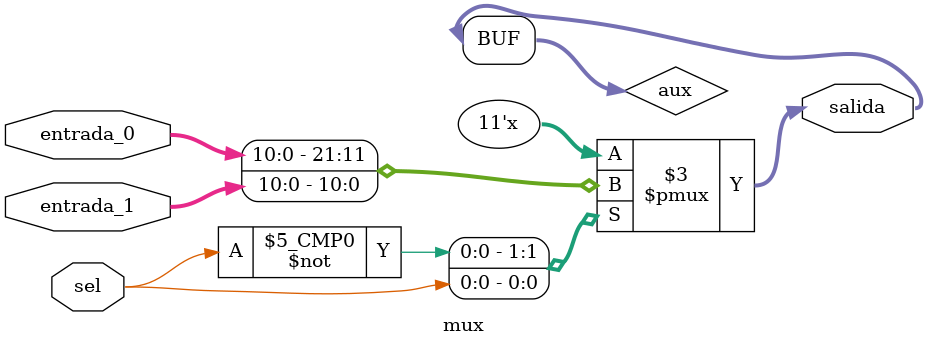
<source format=v>
`timescale 1ns / 1ps
module mux(
    input [10:0] entrada_0,
    input [10:0] entrada_1,
    input sel,
    output [10:0] salida
    );
	 
	 reg [10:0] aux  = 0;
	 
	 always @(*)
	 begin
		case (sel)
		0:
			aux = entrada_0;
		1:
			aux = entrada_1;		
		endcase
	 end

assign salida = aux;

endmodule

</source>
